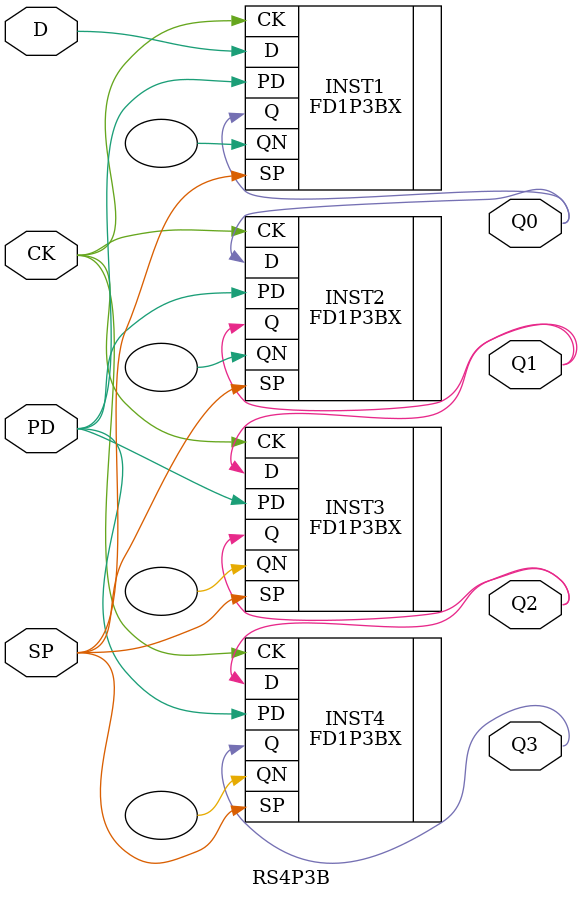
<source format=v>
`resetall
`timescale 1 ns / 100 ps

/* Created by DB2VERILOG Version 1.0.1.1 on Tue May 17 10:57:37 1994 */
/* module compiled from "lsl2db 3.6.4" run */

`celldefine
module RS4P3B (D, SP, CK, PD, Q0, Q1, Q2, Q3);
input  D, SP, CK, PD;
output Q0, Q1, Q2, Q3;
FD1P3BX INST1 (.D(D), .SP(SP), .CK(CK), .PD(PD), .Q(Q0), .QN());
FD1P3BX INST2 (.D(Q0), .SP(SP), .CK(CK), .PD(PD), .Q(Q1), .QN());
FD1P3BX INST3 (.D(Q1), .SP(SP), .CK(CK), .PD(PD), .Q(Q2), .QN());
FD1P3BX INST4 (.D(Q2), .SP(SP), .CK(CK), .PD(PD), .Q(Q3), .QN());

endmodule
`endcelldefine

</source>
